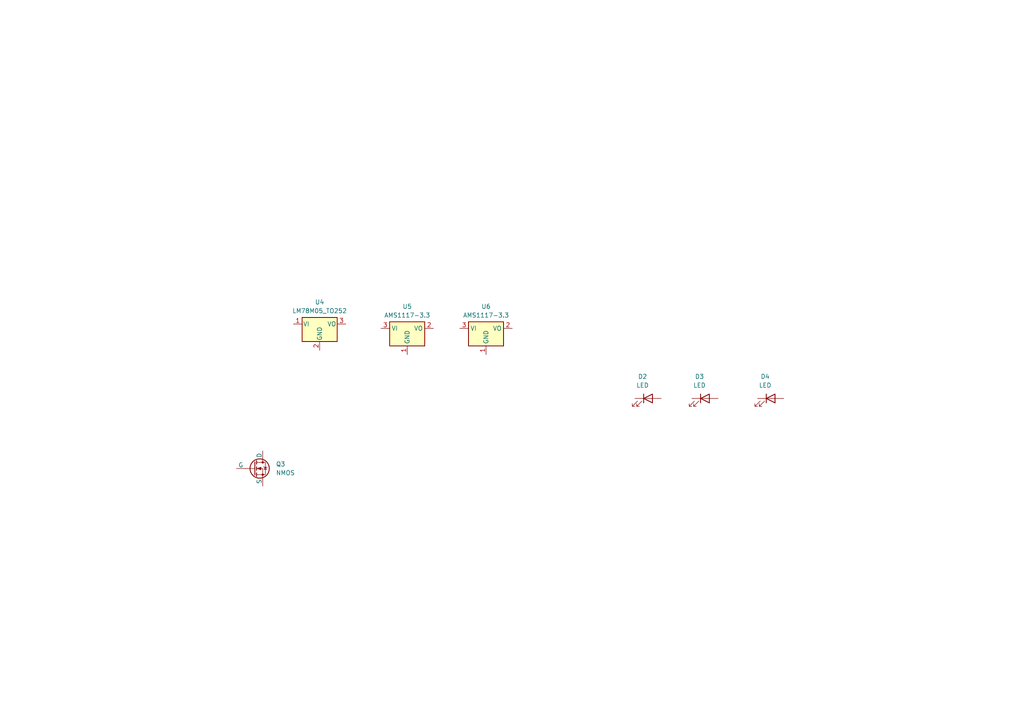
<source format=kicad_sch>
(kicad_sch (version 20231120) (generator "eeschema") (generator_version "8.0")
  (paper "A4")
  (title_block (title "Power - Exhaust Fan Portable") (date "2025-12-28") (rev "1.0.0"))
  (lib_symbols
    (symbol "Device:LED" (pin_numbers hide) (pin_names (offset 1.016) hide)
      (property "Reference" "D" (at 0 2.54 0))
      (property "Value" "LED" (at 0 -2.54 0))
      (symbol "LED_0_1"
        (polyline (pts (xy -1.27 -1.27) (xy -1.27 1.27)) (stroke (width 0.254)))
        (polyline (pts (xy -1.27 0) (xy 1.27 0)))
        (polyline (pts (xy 1.27 -1.27) (xy 1.27 1.27) (xy -1.27 0) (xy 1.27 -1.27)) (stroke (width 0.254)))
        (polyline (pts (xy -3.048 -0.762) (xy -4.572 -2.286) (xy -3.81 -2.286) (xy -4.572 -2.286) (xy -4.572 -1.524)))
        (polyline (pts (xy -1.778 -0.762) (xy -3.302 -2.286) (xy -2.54 -2.286) (xy -3.302 -2.286) (xy -3.302 -1.524)))
      )
      (symbol "LED_1_1"
        (pin passive line (at -3.81 0 0) (length 2.54) (name "K") (number "1"))
        (pin passive line (at 3.81 0 180) (length 2.54) (name "A") (number "2"))
      )
    )
    (symbol "Regulator_Linear:AMS1117-3.3"
      (property "Reference" "U" (at -3.81 3.175 0))
      (property "Value" "AMS1117-3.3" (at 0 3.175 0))
      (symbol "AMS1117-3.3_0_1"
        (rectangle (start -5.08 -5.08) (end 5.08 1.905) (stroke (width 0.254)) (fill (type background)))
      )
      (symbol "AMS1117-3.3_1_1"
        (pin power_in line (at 0 -7.62 90) (length 2.54) (name "GND") (number "1"))
        (pin power_out line (at 7.62 0 180) (length 2.54) (name "VO") (number "2"))
        (pin power_in line (at -7.62 0 0) (length 2.54) (name "VI") (number "3"))
      )
    )
    (symbol "Regulator_Linear:LM78M05_TO252" (pin_names (offset 0.254))
      (property "Reference" "U" (at -3.81 3.175 0))
      (property "Value" "LM78M05_TO252" (at 0 3.175 0))
      (symbol "LM78M05_TO252_0_1"
        (rectangle (start -5.08 1.905) (end 5.08 -5.08) (stroke (width 0.254)) (fill (type background)))
      )
      (symbol "LM78M05_TO252_1_1"
        (pin power_in line (at -7.62 0 0) (length 2.54) (name "VI") (number "1"))
        (pin power_in line (at 0 -7.62 90) (length 2.54) (name "GND") (number "2"))
        (pin power_out line (at 7.62 0 180) (length 2.54) (name "VO") (number "3"))
      )
    )
    (symbol "Simulation_SPICE:NMOS" (pin_numbers hide) (pin_names (offset 0))
      (property "Reference" "Q" (at 5.08 1.27 0))
      (property "Value" "NMOS" (at 5.08 -1.27 0))
      (symbol "NMOS_0_1"
        (polyline (pts (xy 0.254 0) (xy -2.54 0)))
        (polyline (pts (xy 0.254 1.905) (xy 0.254 -1.905)) (stroke (width 0.254)))
        (polyline (pts (xy 0.762 -1.27) (xy 0.762 -2.286)) (stroke (width 0.254)))
        (polyline (pts (xy 0.762 0.508) (xy 0.762 -0.508)) (stroke (width 0.254)))
        (polyline (pts (xy 0.762 2.286) (xy 0.762 1.27)) (stroke (width 0.254)))
        (polyline (pts (xy 2.54 2.54) (xy 2.54 1.778)))
        (polyline (pts (xy 2.54 -2.54) (xy 2.54 0) (xy 0.762 0)))
        (polyline (pts (xy 0.762 -1.778) (xy 3.302 -1.778) (xy 3.302 1.778) (xy 0.762 1.778)))
        (polyline (pts (xy 1.016 0) (xy 2.032 0.381) (xy 2.032 -0.381) (xy 1.016 0)) (fill (type outline)))
        (polyline (pts (xy 2.794 0.508) (xy 2.921 0.381) (xy 3.683 0.381) (xy 3.81 0.254)))
        (polyline (pts (xy 3.302 0.381) (xy 2.921 -0.254) (xy 3.683 -0.254) (xy 3.302 0.381)))
        (circle (center 1.651 0) (radius 2.794) (stroke (width 0.254)))
        (circle (center 2.54 -1.778) (radius 0.254) (fill (type outline)))
        (circle (center 2.54 1.778) (radius 0.254) (fill (type outline)))
      )
      (symbol "NMOS_1_1"
        (pin passive line (at 2.54 5.08 270) (length 2.54) (name "D") (number "1"))
        (pin input line (at -5.08 0 0) (length 2.54) (name "G") (number "2"))
        (pin passive line (at 2.54 -5.08 90) (length 2.54) (name "S") (number "3"))
      )
    )
  )
  (symbol (lib_id "Device:LED") (at 223.52 115.57 0) (unit 1)
    (property "Reference" "D4" (at 221.9325 109.22 0))
    (property "Value" "LED" (at 221.9325 111.76 0))
    (property "Description" "Light emitting diode" (effects (hide yes)))
  )
  (symbol (lib_id "Regulator_Linear:AMS1117-3.3") (at 118.11 95.25 0) (unit 1)
    (property "Reference" "U5" (at 118.11 88.9 0))
    (property "Value" "AMS1117-3.3" (at 118.11 91.44 0))
    (property "Footprint" "Package_TO_SOT_SMD:SOT-223-3_TabPin2" (effects (hide yes)))
    (property "Datasheet" "http://www.advanced-monolithic.com/pdf/ds1117.pdf" (effects (hide yes)))
    (property "Description" "1A Low Dropout regulator, positive, 3.3V fixed output, SOT-223" (effects (hide yes)))
  )
  (symbol (lib_id "Device:LED") (at 187.96 115.57 0) (unit 1)
    (property "Reference" "D2" (at 186.3725 109.22 0))
    (property "Value" "LED" (at 186.3725 111.76 0))
    (property "Description" "Light emitting diode" (effects (hide yes)))
  )
  (symbol (lib_id "Regulator_Linear:AMS1117-3.3") (at 140.97 95.25 0) (unit 1)
    (property "Reference" "U6" (at 140.97 88.9 0))
    (property "Value" "AMS1117-3.3" (at 140.97 91.44 0))
    (property "Footprint" "Package_TO_SOT_SMD:SOT-223-3_TabPin2" (effects (hide yes)))
    (property "Datasheet" "http://www.advanced-monolithic.com/pdf/ds1117.pdf" (effects (hide yes)))
    (property "Description" "1A Low Dropout regulator, positive, 3.3V fixed output, SOT-223" (effects (hide yes)))
  )
  (symbol (lib_id "Regulator_Linear:LM78M05_TO252") (at 92.71 93.98 0) (unit 1)
    (property "Reference" "U4" (at 92.71 87.63 0))
    (property "Value" "LM78M05_TO252" (at 92.71 90.17 0))
    (property "Footprint" "Package_TO_SOT_SMD:TO-252-2" (effects (hide yes)))
    (property "Datasheet" "https://www.onsemi.com/pub/Collateral/MC78M00-D.PDF" (effects (hide yes)))
    (property "Description" "Positive 500mA 35V Linear Regulator, Fixed Output 5V, TO-252 (D-PAK)" (effects (hide yes)))
  )
  (symbol (lib_id "Device:LED") (at 204.47 115.57 0) (unit 1)
    (property "Reference" "D3" (at 202.8825 109.22 0))
    (property "Value" "LED" (at 202.8825 111.76 0))
    (property "Description" "Light emitting diode" (effects (hide yes)))
  )
  (symbol (lib_id "Simulation_SPICE:NMOS") (at 73.66 135.89 0) (unit 1)
    (property "Reference" "Q3" (at 80.01 134.6199 0) (effects (justify left)))
    (property "Value" "NMOS" (at 80.01 137.1599 0) (effects (justify left)))
    (property "Datasheet" "https://ngspice.sourceforge.io/docs/ngspice-html-manual/manual.xhtml#cha_MOSFETs" (effects (hide yes)))
    (property "Description" "N-MOSFET transistor, drain/source/gate" (effects (hide yes)))
    (property "Sim.Device" "NMOS" (effects (hide yes)))
    (property "Sim.Type" "VDMOS" (effects (hide yes)))
    (property "Sim.Pins" "1=D 2=G 3=S" (effects (hide yes)))
  )
)
</source>
